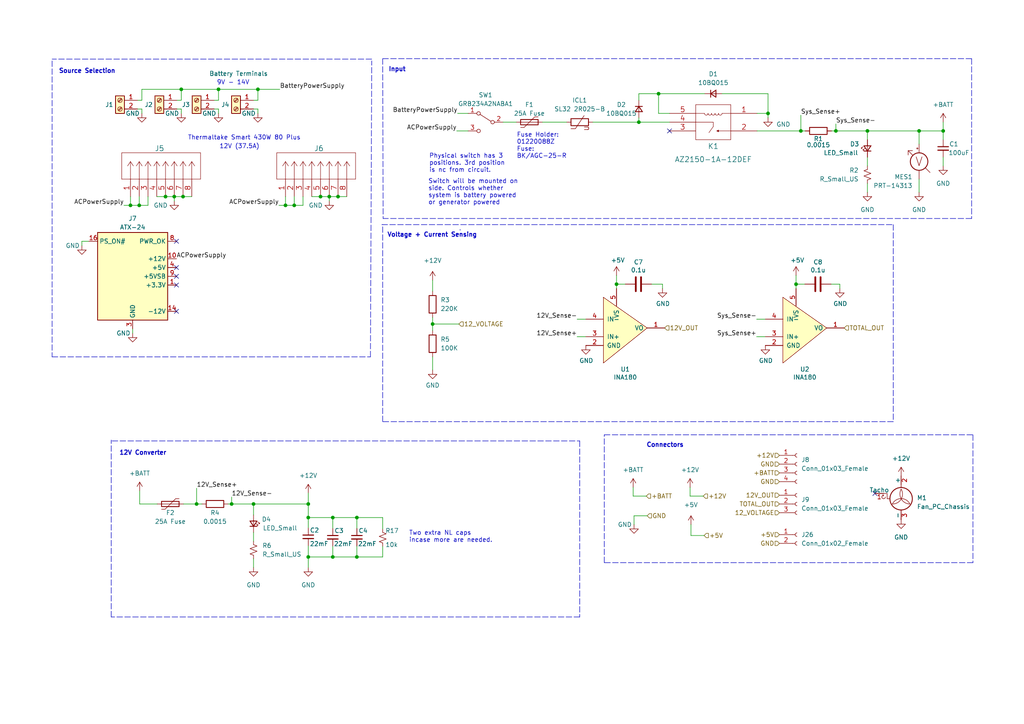
<source format=kicad_sch>
(kicad_sch (version 20211123) (generator eeschema)
  (paper "A4")
  (lib_symbols
    (symbol "455860005_1" (pin_names (offset 0.254) hide)
      (property "Reference" "J" (at 13.97 -8.89 0))
      (property "Value" "455860005_1" (at 2.54 6.35 0))
      (symbol "455860005_1_1_1"
        (polyline (pts (xy 5.08 -20.32) (xy 12.7 -20.32)) (stroke (width 0.127)))
        (polyline (pts (xy 5.08 2.54) (xy 5.08 -20.32)) (stroke (width 0.127)))
        (polyline (pts (xy 10.16 -17.78) (xy 5.08 -17.78)) (stroke (width 0.127)))
        (polyline (pts (xy 10.16 -17.78) (xy 8.89 -18.6182)) (stroke (width 0.127)))
        (polyline (pts (xy 10.16 -17.78) (xy 8.89 -16.9418)) (stroke (width 0.127)))
        (polyline (pts (xy 10.16 -15.24) (xy 5.08 -15.24)) (stroke (width 0.127)))
        (polyline (pts (xy 10.16 -15.24) (xy 8.89 -16.0782)) (stroke (width 0.127)))
        (polyline (pts (xy 10.16 -15.24) (xy 8.89 -14.4018)) (stroke (width 0.127)))
        (polyline (pts (xy 10.16 -12.7) (xy 5.08 -12.7)) (stroke (width 0.127)))
        (polyline (pts (xy 10.16 -12.7) (xy 8.89 -13.5382)) (stroke (width 0.127)))
        (polyline (pts (xy 10.16 -12.7) (xy 8.89 -11.8618)) (stroke (width 0.127)))
        (polyline (pts (xy 10.16 -10.16) (xy 5.08 -10.16)) (stroke (width 0.127)))
        (polyline (pts (xy 10.16 -10.16) (xy 8.89 -10.9982)) (stroke (width 0.127)))
        (polyline (pts (xy 10.16 -10.16) (xy 8.89 -9.3218)) (stroke (width 0.127)))
        (polyline (pts (xy 10.16 -7.62) (xy 5.08 -7.62)) (stroke (width 0.127)))
        (polyline (pts (xy 10.16 -7.62) (xy 8.89 -8.4582)) (stroke (width 0.127)))
        (polyline (pts (xy 10.16 -7.62) (xy 8.89 -6.7818)) (stroke (width 0.127)))
        (polyline (pts (xy 10.16 -5.08) (xy 5.08 -5.08)) (stroke (width 0.127)))
        (polyline (pts (xy 10.16 -5.08) (xy 8.89 -5.9182)) (stroke (width 0.127)))
        (polyline (pts (xy 10.16 -5.08) (xy 8.89 -4.2418)) (stroke (width 0.127)))
        (polyline (pts (xy 10.16 -2.54) (xy 5.08 -2.54)) (stroke (width 0.127)))
        (polyline (pts (xy 10.16 -2.54) (xy 8.89 -3.3782)) (stroke (width 0.127)))
        (polyline (pts (xy 10.16 -2.54) (xy 8.89 -1.7018)) (stroke (width 0.127)))
        (polyline (pts (xy 10.16 0) (xy 5.08 0)) (stroke (width 0.127)))
        (polyline (pts (xy 10.16 0) (xy 8.89 -0.8382)) (stroke (width 0.127)))
        (polyline (pts (xy 10.16 0) (xy 8.89 0.8382)) (stroke (width 0.127)))
        (polyline (pts (xy 12.7 -20.32) (xy 12.7 2.54)) (stroke (width 0.127)))
        (polyline (pts (xy 12.7 2.54) (xy 5.08 2.54)) (stroke (width 0.127)))
        (pin power_in line (at 0 0 0) (length 5.08) (name "1") (number "1"))
        (pin power_in line (at 0 -2.54 0) (length 5.08) (name "2") (number "2"))
        (pin power_in line (at 0 -5.08 0) (length 5.08) (name "3") (number "3"))
        (pin power_in line (at 0 -7.62 0) (length 5.08) (name "4") (number "4"))
        (pin power_in line (at 0 -10.16 0) (length 5.08) (name "5") (number "5"))
        (pin power_in line (at 0 -12.7 0) (length 5.08) (name "6") (number "6"))
        (pin power_in line (at 0 -15.24 0) (length 5.08) (name "7") (number "7"))
        (pin power_in line (at 0 -17.78 0) (length 5.08) (name "8") (number "8"))
      )
    )
    (symbol "Connector:ATX-24"
      (property "Reference" "J" (at -8.89 13.97 0))
      (property "Value" "ATX-24" (at 6.35 13.97 0))
      (symbol "ATX-24_0_1"
        (rectangle (start -10.16 12.7) (end 10.16 -12.7) (stroke (width 0.254)) (fill (type background)))
      )
      (symbol "ATX-24_1_1"
        (pin power_out line (at 12.7 -2.54 180) (length 2.54) (name "+3.3V") (number "1"))
        (pin power_out line (at 12.7 5.08 180) (length 2.54) (name "+12V") (number "10"))
        (pin passive line (at 12.7 5.08 180) (length 2.54) hide (name "+12V") (number "11"))
        (pin passive line (at 12.7 -2.54 180) (length 2.54) hide (name "+3.3V") (number "12"))
        (pin passive line (at 12.7 -2.54 180) (length 2.54) hide (name "+3.3V") (number "13"))
        (pin power_out line (at 12.7 -10.16 180) (length 2.54) (name "-12V") (number "14"))
        (pin passive line (at 0 -15.24 90) (length 2.54) hide (name "GND") (number "15"))
        (pin open_collector line (at -12.7 10.16 0) (length 2.54) (name "PS_ON#") (number "16"))
        (pin passive line (at 0 -15.24 90) (length 2.54) hide (name "GND") (number "17"))
        (pin passive line (at 0 -15.24 90) (length 2.54) hide (name "GND") (number "18"))
        (pin passive line (at 0 -15.24 90) (length 2.54) hide (name "GND") (number "19"))
        (pin passive line (at 12.7 -2.54 180) (length 2.54) hide (name "+3.3V") (number "2"))
        (pin no_connect line (at -10.16 0 0) (length 2.54) hide (name "NC") (number "20"))
        (pin passive line (at 12.7 2.54 180) (length 2.54) hide (name "+5V") (number "21"))
        (pin passive line (at 12.7 2.54 180) (length 2.54) hide (name "+5V") (number "22"))
        (pin passive line (at 12.7 2.54 180) (length 2.54) hide (name "+5V") (number "23"))
        (pin passive line (at 0 -15.24 90) (length 2.54) hide (name "GND") (number "24"))
        (pin power_out line (at 0 -15.24 90) (length 2.54) (name "GND") (number "3"))
        (pin power_out line (at 12.7 2.54 180) (length 2.54) (name "+5V") (number "4"))
        (pin passive line (at 0 -15.24 90) (length 2.54) hide (name "GND") (number "5"))
        (pin passive line (at 12.7 2.54 180) (length 2.54) hide (name "+5V") (number "6"))
        (pin passive line (at 0 -15.24 90) (length 2.54) hide (name "GND") (number "7"))
        (pin output line (at 12.7 10.16 180) (length 2.54) (name "PWR_OK") (number "8"))
        (pin power_out line (at 12.7 0 180) (length 2.54) (name "+5VSB") (number "9"))
      )
    )
    (symbol "Connector:Conn_01x02_Female" (pin_names (offset 1.016) hide)
      (property "Reference" "J" (at 0 2.54 0))
      (property "Value" "Conn_01x02_Female" (at 0 -5.08 0))
      (symbol "Conn_01x02_Female_1_1"
        (arc (start 0 -2.032) (mid -0.508 -2.54) (end 0 -3.048) (stroke (width 0.1524)))
        (polyline (pts (xy -1.27 -2.54) (xy -0.508 -2.54)) (stroke (width 0.1524)))
        (polyline (pts (xy -1.27 0) (xy -0.508 0)) (stroke (width 0.1524)))
        (arc (start 0 0.508) (mid -0.508 0) (end 0 -0.508) (stroke (width 0.1524)))
        (pin passive line (at -5.08 0 0) (length 3.81) (name "Pin_1") (number "1"))
        (pin passive line (at -5.08 -2.54 0) (length 3.81) (name "Pin_2") (number "2"))
      )
    )
    (symbol "Connector:Conn_01x03_Female" (pin_names (offset 1.016) hide)
      (property "Reference" "J" (at 0 5.08 0))
      (property "Value" "Conn_01x03_Female" (at 0 -5.08 0))
      (symbol "Conn_01x03_Female_1_1"
        (arc (start 0 -2.032) (mid -0.508 -2.54) (end 0 -3.048) (stroke (width 0.1524)))
        (polyline (pts (xy -1.27 -2.54) (xy -0.508 -2.54)) (stroke (width 0.1524)))
        (polyline (pts (xy -1.27 0) (xy -0.508 0)) (stroke (width 0.1524)))
        (polyline (pts (xy -1.27 2.54) (xy -0.508 2.54)) (stroke (width 0.1524)))
        (arc (start 0 0.508) (mid -0.508 0) (end 0 -0.508) (stroke (width 0.1524)))
        (arc (start 0 3.048) (mid -0.508 2.54) (end 0 2.032) (stroke (width 0.1524)))
        (pin passive line (at -5.08 2.54 0) (length 3.81) (name "Pin_1") (number "1"))
        (pin passive line (at -5.08 0 0) (length 3.81) (name "Pin_2") (number "2"))
        (pin passive line (at -5.08 -2.54 0) (length 3.81) (name "Pin_3") (number "3"))
      )
    )
    (symbol "Connector:Conn_01x04_Female" (pin_names (offset 1.016) hide)
      (property "Reference" "J" (at 0 5.08 0))
      (property "Value" "Conn_01x04_Female" (at 0 -7.62 0))
      (symbol "Conn_01x04_Female_1_1"
        (arc (start 0 -4.572) (mid -0.508 -5.08) (end 0 -5.588) (stroke (width 0.1524)))
        (arc (start 0 -2.032) (mid -0.508 -2.54) (end 0 -3.048) (stroke (width 0.1524)))
        (polyline (pts (xy -1.27 -5.08) (xy -0.508 -5.08)) (stroke (width 0.1524)))
        (polyline (pts (xy -1.27 -2.54) (xy -0.508 -2.54)) (stroke (width 0.1524)))
        (polyline (pts (xy -1.27 0) (xy -0.508 0)) (stroke (width 0.1524)))
        (polyline (pts (xy -1.27 2.54) (xy -0.508 2.54)) (stroke (width 0.1524)))
        (arc (start 0 0.508) (mid -0.508 0) (end 0 -0.508) (stroke (width 0.1524)))
        (arc (start 0 3.048) (mid -0.508 2.54) (end 0 2.032) (stroke (width 0.1524)))
        (pin passive line (at -5.08 2.54 0) (length 3.81) (name "Pin_1") (number "1"))
        (pin passive line (at -5.08 0 0) (length 3.81) (name "Pin_2") (number "2"))
        (pin passive line (at -5.08 -2.54 0) (length 3.81) (name "Pin_3") (number "3"))
        (pin passive line (at -5.08 -5.08 0) (length 3.81) (name "Pin_4") (number "4"))
      )
    )
    (symbol "Connector:Screw_Terminal_01x02" (pin_names (offset 1.016) hide)
      (property "Reference" "J" (at 0 2.54 0))
      (property "Value" "Screw_Terminal_01x02" (at 0 -5.08 0))
      (symbol "Screw_Terminal_01x02_1_1"
        (rectangle (start -1.27 1.27) (end 1.27 -3.81) (stroke (width 0.254)) (fill (type background)))
        (circle (center 0 -2.54) (radius 0.635) (stroke (width 0.1524)))
        (polyline (pts (xy -0.5334 -2.2098) (xy 0.3302 -3.048)) (stroke (width 0.1524)))
        (polyline (pts (xy -0.5334 0.3302) (xy 0.3302 -0.508)) (stroke (width 0.1524)))
        (polyline (pts (xy -0.3556 -2.032) (xy 0.508 -2.8702)) (stroke (width 0.1524)))
        (polyline (pts (xy -0.3556 0.508) (xy 0.508 -0.3302)) (stroke (width 0.1524)))
        (circle (center 0 0) (radius 0.635) (stroke (width 0.1524)))
        (pin passive line (at -5.08 0 0) (length 3.81) (name "Pin_1") (number "1"))
        (pin passive line (at -5.08 -2.54 0) (length 3.81) (name "Pin_2") (number "2"))
      )
    )
    (symbol "Device:C" (pin_numbers hide) (pin_names (offset 0.254))
      (property "Reference" "C" (at 0.635 2.54 0))
      (property "Value" "C" (at 0.635 -2.54 0))
      (symbol "C_0_1"
        (polyline (pts (xy -2.032 -0.762) (xy 2.032 -0.762)) (stroke (width 0.508)))
        (polyline (pts (xy -2.032 0.762) (xy 2.032 0.762)) (stroke (width 0.508)))
      )
      (symbol "C_1_1"
        (pin passive line (at 0 3.81 270) (length 2.794) (name "~") (number "1"))
        (pin passive line (at 0 -3.81 90) (length 2.794) (name "~") (number "2"))
      )
    )
    (symbol "Device:C_Small" (pin_numbers hide) (pin_names (offset 0.254) hide)
      (property "Reference" "C" (at 0.254 1.778 0))
      (property "Value" "C_Small" (at 0.254 -2.032 0))
      (symbol "C_Small_0_1"
        (polyline (pts (xy -1.524 -0.508) (xy 1.524 -0.508)) (stroke (width 0.3302)))
        (polyline (pts (xy -1.524 0.508) (xy 1.524 0.508)) (stroke (width 0.3048)))
      )
      (symbol "C_Small_1_1"
        (pin passive line (at 0 2.54 270) (length 2.032) (name "~") (number "1"))
        (pin passive line (at 0 -2.54 90) (length 2.032) (name "~") (number "2"))
      )
    )
    (symbol "Device:D_Small" (pin_numbers hide) (pin_names (offset 0.254) hide)
      (property "Reference" "D" (at -1.27 2.032 0))
      (property "Value" "D_Small" (at -3.81 -2.032 0))
      (symbol "D_Small_0_1"
        (polyline (pts (xy -0.762 -1.016) (xy -0.762 1.016)) (stroke (width 0.254)))
        (polyline (pts (xy -0.762 0) (xy 0.762 0)))
        (polyline (pts (xy 0.762 -1.016) (xy -0.762 0) (xy 0.762 1.016) (xy 0.762 -1.016)) (stroke (width 0.254)))
      )
      (symbol "D_Small_1_1"
        (pin passive line (at -2.54 0 0) (length 1.778) (name "K") (number "1"))
        (pin passive line (at 2.54 0 180) (length 1.778) (name "A") (number "2"))
      )
    )
    (symbol "Device:LED_Small" (pin_numbers hide) (pin_names (offset 0.254) hide)
      (property "Reference" "D" (at -1.27 3.175 0))
      (property "Value" "LED_Small" (at -4.445 -2.54 0))
      (symbol "LED_Small_0_1"
        (polyline (pts (xy -0.762 -1.016) (xy -0.762 1.016)) (stroke (width 0.254)))
        (polyline (pts (xy 1.016 0) (xy -0.762 0)))
        (polyline (pts (xy 0.762 -1.016) (xy -0.762 0) (xy 0.762 1.016) (xy 0.762 -1.016)) (stroke (width 0.254)))
        (polyline (pts (xy 0 0.762) (xy -0.508 1.27) (xy -0.254 1.27) (xy -0.508 1.27) (xy -0.508 1.016)))
        (polyline (pts (xy 0.508 1.27) (xy 0 1.778) (xy 0.254 1.778) (xy 0 1.778) (xy 0 1.524)))
      )
      (symbol "LED_Small_1_1"
        (pin passive line (at -2.54 0 0) (length 1.778) (name "K") (number "1"))
        (pin passive line (at 2.54 0 180) (length 1.778) (name "A") (number "2"))
      )
    )
    (symbol "Device:Polyfuse" (pin_numbers hide) (pin_names (offset 0))
      (property "Reference" "F" (at -2.54 0 90))
      (property "Value" "Polyfuse" (at 2.54 0 90))
      (symbol "Polyfuse_0_1"
        (rectangle (start -0.762 2.54) (end 0.762 -2.54) (stroke (width 0.254)))
        (polyline (pts (xy 0 2.54) (xy 0 -2.54)))
        (polyline (pts (xy -1.524 2.54) (xy -1.524 1.524) (xy 1.524 -1.524) (xy 1.524 -2.54)))
      )
      (symbol "Polyfuse_1_1"
        (pin passive line (at 0 3.81 270) (length 1.27) (name "~") (number "1"))
        (pin passive line (at 0 -3.81 90) (length 1.27) (name "~") (number "2"))
      )
    )
    (symbol "Device:R" (pin_numbers hide) (pin_names (offset 0))
      (property "Reference" "R" (at 2.032 0 90))
      (property "Value" "R" (at 0 0 90))
      (symbol "R_0_1"
        (rectangle (start -1.016 -2.54) (end 1.016 2.54) (stroke (width 0.254)))
      )
      (symbol "R_1_1"
        (pin passive line (at 0 3.81 270) (length 1.27) (name "~") (number "1"))
        (pin passive line (at 0 -3.81 90) (length 1.27) (name "~") (number "2"))
      )
    )
    (symbol "Device:R_Small_US" (pin_numbers hide) (pin_names (offset 0.254) hide)
      (property "Reference" "R" (at 0.762 0.508 0))
      (property "Value" "R_Small_US" (at 0.762 -1.016 0))
      (symbol "R_Small_US_1_1"
        (polyline (pts (xy 0 0) (xy 1.016 -0.381) (xy 0 -0.762) (xy -1.016 -1.143) (xy 0 -1.524)))
        (polyline (pts (xy 0 1.524) (xy 1.016 1.143) (xy 0 0.762) (xy -1.016 0.381) (xy 0 0)))
        (pin passive line (at 0 2.54 270) (length 1.016) (name "~") (number "1"))
        (pin passive line (at 0 -2.54 90) (length 1.016) (name "~") (number "2"))
      )
    )
    (symbol "Device:Varistor" (pin_numbers hide) (pin_names (offset 0))
      (property "Reference" "RV" (at 3.175 0 90))
      (property "Value" "Varistor" (at -3.175 0 90))
      (symbol "Varistor_0_0"
        (text "U" (at -1.778 -2.032 0) (effects (font (size 1.27 1.27))))
      )
      (symbol "Varistor_0_1"
        (rectangle (start -1.016 -2.54) (end 1.016 2.54) (stroke (width 0.254)))
        (polyline (pts (xy -1.905 2.54) (xy -1.905 1.27) (xy 1.905 -1.27)))
      )
      (symbol "Varistor_1_1"
        (pin passive line (at 0 3.81 270) (length 1.27) (name "~") (number "1"))
        (pin passive line (at 0 -3.81 90) (length 1.27) (name "~") (number "2"))
      )
    )
    (symbol "Device:Voltmeter_DC" (pin_numbers hide) (pin_names (offset 0.0254) hide)
      (property "Reference" "MES" (at -3.302 1.016 0))
      (property "Value" "Voltmeter_DC" (at -3.302 -0.762 0))
      (symbol "Voltmeter_DC_0_0"
        (polyline (pts (xy -3.175 -3.175) (xy -1.905 -1.905)))
        (polyline (pts (xy 1.905 1.905) (xy 3.175 3.175)))
        (polyline (pts (xy 1.905 3.175) (xy 3.175 3.175) (xy 3.175 1.905)))
        (text "V" (at 0 0 0) (effects (font (size 2.54 2.54))))
      )
      (symbol "Voltmeter_DC_0_1"
        (polyline (pts (xy 0.254 3.81) (xy 0.762 3.81)))
        (polyline (pts (xy 0.508 4.064) (xy 0.508 3.556)))
        (circle (center 0 0) (radius 2.54) (stroke (width 0.254)))
      )
      (symbol "Voltmeter_DC_1_1"
        (pin passive line (at 0 -5.08 90) (length 2.54) (name "-") (number "1"))
        (pin passive line (at 0 5.08 270) (length 2.54) (name "+") (number "2"))
      )
    )
    (symbol "GSP:455860005" (pin_names (offset 0.254) hide)
      (property "Reference" "J" (at 13.97 -8.89 0))
      (property "Value" "455860005" (at 2.54 6.35 0))
      (symbol "455860005_1_1"
        (polyline (pts (xy 5.08 -20.32) (xy 12.7 -20.32)) (stroke (width 0.127)))
        (polyline (pts (xy 5.08 2.54) (xy 5.08 -20.32)) (stroke (width 0.127)))
        (polyline (pts (xy 10.16 -17.78) (xy 5.08 -17.78)) (stroke (width 0.127)))
        (polyline (pts (xy 10.16 -17.78) (xy 8.89 -18.6182)) (stroke (width 0.127)))
        (polyline (pts (xy 10.16 -17.78) (xy 8.89 -16.9418)) (stroke (width 0.127)))
        (polyline (pts (xy 10.16 -15.24) (xy 5.08 -15.24)) (stroke (width 0.127)))
        (polyline (pts (xy 10.16 -15.24) (xy 8.89 -16.0782)) (stroke (width 0.127)))
        (polyline (pts (xy 10.16 -15.24) (xy 8.89 -14.4018)) (stroke (width 0.127)))
        (polyline (pts (xy 10.16 -12.7) (xy 5.08 -12.7)) (stroke (width 0.127)))
        (polyline (pts (xy 10.16 -12.7) (xy 8.89 -13.5382)) (stroke (width 0.127)))
        (polyline (pts (xy 10.16 -12.7) (xy 8.89 -11.8618)) (stroke (width 0.127)))
        (polyline (pts (xy 10.16 -10.16) (xy 5.08 -10.16)) (stroke (width 0.127)))
        (polyline (pts (xy 10.16 -10.16) (xy 8.89 -10.9982)) (stroke (width 0.127)))
        (polyline (pts (xy 10.16 -10.16) (xy 8.89 -9.3218)) (stroke (width 0.127)))
        (polyline (pts (xy 10.16 -7.62) (xy 5.08 -7.62)) (stroke (width 0.127)))
        (polyline (pts (xy 10.16 -7.62) (xy 8.89 -8.4582)) (stroke (width 0.127)))
        (polyline (pts (xy 10.16 -7.62) (xy 8.89 -6.7818)) (stroke (width 0.127)))
        (polyline (pts (xy 10.16 -5.08) (xy 5.08 -5.08)) (stroke (width 0.127)))
        (polyline (pts (xy 10.16 -5.08) (xy 8.89 -5.9182)) (stroke (width 0.127)))
        (polyline (pts (xy 10.16 -5.08) (xy 8.89 -4.2418)) (stroke (width 0.127)))
        (polyline (pts (xy 10.16 -2.54) (xy 5.08 -2.54)) (stroke (width 0.127)))
        (polyline (pts (xy 10.16 -2.54) (xy 8.89 -3.3782)) (stroke (width 0.127)))
        (polyline (pts (xy 10.16 -2.54) (xy 8.89 -1.7018)) (stroke (width 0.127)))
        (polyline (pts (xy 10.16 0) (xy 5.08 0)) (stroke (width 0.127)))
        (polyline (pts (xy 10.16 0) (xy 8.89 -0.8382)) (stroke (width 0.127)))
        (polyline (pts (xy 10.16 0) (xy 8.89 0.8382)) (stroke (width 0.127)))
        (polyline (pts (xy 12.7 -20.32) (xy 12.7 2.54)) (stroke (width 0.127)))
        (polyline (pts (xy 12.7 2.54) (xy 5.08 2.54)) (stroke (width 0.127)))
        (pin power_in line (at 0 0 0) (length 5.08) (name "1") (number "1"))
        (pin power_in line (at 0 -2.54 0) (length 5.08) (name "2") (number "2"))
        (pin power_in line (at 0 -5.08 0) (length 5.08) (name "3") (number "3"))
        (pin power_in line (at 0 -7.62 0) (length 5.08) (name "4") (number "4"))
        (pin power_in line (at 0 -10.16 0) (length 5.08) (name "5") (number "5"))
        (pin power_in line (at 0 -12.7 0) (length 5.08) (name "6") (number "6"))
        (pin power_in line (at 0 -15.24 0) (length 5.08) (name "7") (number "7"))
        (pin power_in line (at 0 -17.78 0) (length 5.08) (name "8") (number "8"))
      )
    )
    (symbol "GSP:AZ2150-1A-12DEF" (pin_names (offset 0.254) hide)
      (property "Reference" "K" (at 12.7 7.62 0))
      (property "Value" "AZ2150-1A-12DEF" (at 12.7 5.08 0))
      (symbol "AZ2150-1A-12DEF_1_1"
        (polyline (pts (xy 7.62 -7.62) (xy 17.78 -7.62)) (stroke (width 0.127)))
        (polyline (pts (xy 7.62 -5.08) (xy 11.43 -5.08)) (stroke (width 0.127)))
        (polyline (pts (xy 7.62 0) (xy 10.16 0)) (stroke (width 0.127)))
        (polyline (pts (xy 7.62 2.54) (xy 7.62 -7.62)) (stroke (width 0.127)))
        (polyline (pts (xy 12.7 -3.81) (xy 13.97 -5.588)) (stroke (width 0.127)))
        (polyline (pts (xy 12.7 -2.54) (xy 12.7 -3.81)) (stroke (width 0.127)))
        (polyline (pts (xy 15.24 0) (xy 17.78 0)) (stroke (width 0.127)))
        (polyline (pts (xy 17.78 -7.62) (xy 17.78 2.54)) (stroke (width 0.127)))
        (polyline (pts (xy 17.78 -2.54) (xy 12.7 -2.54)) (stroke (width 0.127)))
        (polyline (pts (xy 17.78 2.54) (xy 7.62 2.54)) (stroke (width 0.127)))
        (polyline (pts (xy 11.684 -5.08) (xy 11.176 -5.334) (xy 11.176 -4.826) (xy 11.684 -5.08)) (fill (type outline)))
        (arc (start 10.16 0) (mid 10.668 -0.508) (end 11.176 0) (stroke (width 0.127)))
        (arc (start 11.176 0) (mid 11.684 -0.508) (end 12.192 0) (stroke (width 0.127)))
        (arc (start 12.192 0) (mid 12.7 -0.508) (end 13.208 0) (stroke (width 0.127)))
        (arc (start 13.208 0) (mid 13.716 -0.508) (end 14.224 0) (stroke (width 0.127)))
        (arc (start 14.224 0) (mid 14.732 -0.508) (end 15.24 0) (stroke (width 0.127)))
        (pin unspecified line (at 0 0 0) (length 7.62) (name "1") (number "1"))
        (pin unspecified line (at 0 -5.08 0) (length 7.62) (name "2") (number "2"))
        (pin unspecified line (at 25.4 -5.08 180) (length 7.62) (name "3") (number "3"))
        (pin unspecified line (at 25.4 -2.54 180) (length 7.62) (name "4") (number "4"))
        (pin unspecified line (at 25.4 0 180) (length 7.62) (name "5") (number "5"))
      )
    )
    (symbol "Motor:Fan_PC_Chassis" (pin_names (offset 0))
      (property "Reference" "M" (at 2.54 2.54 0))
      (property "Value" "Fan_PC_Chassis" (at 2.54 -5.08 0))
      (symbol "Fan_PC_Chassis_0_0"
        (arc (start -5.588 -1.016) (mid -5.08 -1.524) (end -4.572 -1.016))
        (arc (start -5.08 -0.508) (mid -5.4392 -0.6568) (end -5.588 -1.016))
        (polyline (pts (xy -5.08 -0.508) (xy -5.334 -0.381)))
        (polyline (pts (xy -5.08 -0.508) (xy -5.207 -0.762)))
        (polyline (pts (xy -4.064 0) (xy -4.064 -1.524) (xy -3.302 -1.524)))
      )
      (symbol "Fan_PC_Chassis_0_1"
        (arc (start -2.54 -3.048) (mid 0.0028 -1.6279) (end 0 1.27))
        (circle (center 0 -1.524) (radius 3.2512) (stroke (width 0.254)))
        (polyline (pts (xy -4.064 0) (xy -5.08 0)))
        (polyline (pts (xy 0 -7.62) (xy 0 -7.112)))
        (polyline (pts (xy 0 -4.7752) (xy 0 -5.1816)))
        (polyline (pts (xy 0 1.7272) (xy 0 2.0828)))
        (polyline (pts (xy 0 2.032) (xy 0 2.54)))
        (arc (start 0 1.27) (mid 0.053 -1.619) (end 2.54 -3.048))
        (arc (start 2.54 -3.048) (mid 0 -1.4782) (end -2.54 -3.048))
      )
      (symbol "Fan_PC_Chassis_1_1"
        (pin passive line (at -7.62 0 0) (length 2.54) (name "Tacho") (number "1"))
        (pin passive line (at 0 5.08 270) (length 2.54) (name "+") (number "2"))
        (pin passive line (at 0 -7.62 90) (length 2.54) (name "-") (number "3"))
      )
    )
    (symbol "Switch:SW_SPDT" (pin_names (offset 0) hide)
      (property "Reference" "SW" (at 0 4.318 0))
      (property "Value" "SW_SPDT" (at 0 -5.08 0))
      (symbol "SW_SPDT_0_0"
        (circle (center -2.032 0) (radius 0.508))
        (circle (center 2.032 -2.54) (radius 0.508))
      )
      (symbol "SW_SPDT_0_1"
        (polyline (pts (xy -1.524 0.254) (xy 1.651 2.286)))
        (circle (center 2.032 2.54) (radius 0.508))
      )
      (symbol "SW_SPDT_1_1"
        (pin passive line (at 5.08 2.54 180) (length 2.54) (name "A") (number "1"))
        (pin passive line (at -5.08 0 0) (length 2.54) (name "B") (number "2"))
        (pin passive line (at 5.08 -2.54 180) (length 2.54) (name "C") (number "3"))
      )
    )
    (symbol "canhw:INA180" (pin_names (offset 1.016))
      (property "Reference" "U" (at -5.08 13.97 0))
      (property "Value" "INA180" (at -11.43 15.24 0))
      (symbol "INA180_0_1"
        (polyline (pts (xy 5.08 0) (xy -7.62 8.89)))
        (polyline (pts (xy -7.62 8.89) (xy -7.62 -10.16) (xy 5.08 0)) (fill (type background)))
      )
      (symbol "INA180_1_1"
        (pin output line (at 10.16 0 180) (length 5.08) (name "VO") (number "1"))
        (pin power_in line (at -12.7 -5.08 0) (length 5.08) (name "GND") (number "2"))
        (pin input line (at -12.7 -2.54 0) (length 5.08) (name "IN+") (number "3"))
        (pin input line (at -12.7 2.54 0) (length 5.08) (name "IN-") (number "4"))
        (pin power_in line (at -3.81 11.43 270) (length 5.08) (name "VS") (number "5"))
      )
    )
    (symbol "power:+12V" (power) (pin_names (offset 0))
      (property "Value" "+12V" (at 0 3.556 0))
      (symbol "+12V_0_1"
        (polyline (pts (xy -0.762 1.27) (xy 0 2.54)))
        (polyline (pts (xy 0 0) (xy 0 2.54)))
        (polyline (pts (xy 0 2.54) (xy 0.762 1.27)))
      )
      (symbol "+12V_1_1"
        (pin power_in line (at 0 0 90) (length 0) hide (name "+12V") (number "1"))
      )
    )
    (symbol "power:+5V" (power) (pin_names (offset 0))
      (property "Value" "+5V" (at 0 3.556 0))
      (symbol "+5V_0_1"
        (polyline (pts (xy -0.762 1.27) (xy 0 2.54)))
        (polyline (pts (xy 0 0) (xy 0 2.54)))
        (polyline (pts (xy 0 2.54) (xy 0.762 1.27)))
      )
      (symbol "+5V_1_1"
        (pin power_in line (at 0 0 90) (length 0) hide (name "+5V") (number "1"))
      )
    )
    (symbol "power:+BATT" (power) (pin_names (offset 0))
      (property "Value" "+BATT" (at 0 3.556 0))
      (symbol "+BATT_0_1"
        (polyline (pts (xy -0.762 1.27) (xy 0 2.54)))
        (polyline (pts (xy 0 0) (xy 0 2.54)))
        (polyline (pts (xy 0 2.54) (xy 0.762 1.27)))
      )
      (symbol "+BATT_1_1"
        (pin power_in line (at 0 0 90) (length 0) hide (name "+BATT") (number "1"))
      )
    )
    (symbol "power:GND" (power) (pin_names (offset 0))
      (property "Value" "GND" (at 0 -3.81 0))
      (symbol "GND_0_1"
        (polyline (pts (xy 0 0) (xy 0 -1.27) (xy 1.27 -1.27) (xy 0 -2.54) (xy -1.27 -1.27) (xy 0 -1.27)))
      )
      (symbol "GND_1_1"
        (pin power_in line (at 0 0 270) (length 0) hide (name "GND") (number "1"))
      )
    )
  )
  (junction (at 53.086 57.023))
  (junction (at 185.293 35.433))
  (junction (at 103.505 150.114))
  (junction (at 48.006 57.023))
  (junction (at 82.804 59.563))
  (junction (at 89.408 161.544))
  (junction (at 37.846 59.563))
  (junction (at 73.533 146.177))
  (junction (at 89.408 150.114))
  (junction (at 191.008 27.178))
  (junction (at 98.044 57.023))
  (junction (at 96.52 161.544))
  (junction (at 273.558 37.973))
  (junction (at 92.964 57.023))
  (junction (at 89.408 146.177))
  (junction (at 95.504 57.023))
  (junction (at 40.386 59.563))
  (junction (at 222.758 32.893))
  (junction (at 178.816 82.423))
  (junction (at 50.546 57.023))
  (junction (at 125.476 93.98))
  (junction (at 96.52 150.114))
  (junction (at 266.573 37.973))
  (junction (at 52.578 25.908))
  (junction (at 57.023 146.177))
  (junction (at 67.183 146.177))
  (junction (at 103.505 161.544))
  (junction (at 232.283 37.973))
  (junction (at 74.803 25.908))
  (junction (at 85.344 59.563))
  (junction (at 242.443 37.973))
  (junction (at 251.587 37.973))
  (junction (at 230.886 82.423))
  (junction (at 63.373 25.908))
  (no_connect (at 51.181 69.977))
  (no_connect (at 253.746 143.129))
  (no_connect (at 51.181 90.297))
  (no_connect (at 51.181 77.597))
  (no_connect (at 194.183 37.973))
  (no_connect (at 51.181 80.137))
  (no_connect (at 51.181 82.677))
  (wire (pts (xy 63.373 25.908) (xy 74.803 25.908)))
  (wire (pts (xy 194.183 32.893) (xy 191.008 32.893)))
  (wire (pts (xy 74.803 25.908) (xy 74.803 29.083)))
  (wire (pts (xy 73.533 146.177) (xy 89.408 146.177)))
  (wire (pts (xy 90.424 57.023) (xy 92.964 57.023)))
  (wire (pts (xy 251.587 37.973) (xy 251.587 40.513)))
  (wire (pts (xy 89.408 146.177) (xy 89.408 150.114)))
  (wire (pts (xy 222.758 32.893) (xy 222.758 27.178)))
  (wire (pts (xy 185.293 34.163) (xy 185.293 35.433)))
  (wire (pts (xy 132.461 37.973) (xy 135.763 37.973)))
  (wire (pts (xy 110.998 158.496) (xy 110.998 161.544)))
  (wire (pts (xy 38.481 95.377) (xy 38.481 96.647)))
  (wire (pts (xy 53.213 146.177) (xy 57.023 146.177)))
  (wire (pts (xy 103.505 161.544) (xy 110.998 161.544)))
  (wire (pts (xy 183.896 152.146) (xy 183.896 149.606)))
  (wire (pts (xy 89.408 143.002) (xy 89.408 146.177)))
  (wire (pts (xy 42.926 59.563) (xy 42.926 57.023)))
  (wire (pts (xy 185.293 35.433) (xy 194.183 35.433)))
  (wire (pts (xy 219.583 37.973) (xy 232.283 37.973)))
  (wire (pts (xy 185.293 27.178) (xy 185.293 29.083)))
  (wire (pts (xy 232.283 37.973) (xy 233.553 37.973)))
  (wire (pts (xy 191.008 27.178) (xy 185.293 27.178)))
  (wire (pts (xy 266.573 51.943) (xy 266.573 55.753)))
  (wire (pts (xy 222.758 27.178) (xy 209.423 27.178)))
  (wire (pts (xy 125.476 93.98) (xy 125.476 95.885)))
  (polyline (pts (xy 110.998 17.018) (xy 111.125 63.373)))
  (wire (pts (xy 266.573 41.783) (xy 266.573 37.973)))
  (wire (pts (xy 89.408 150.114) (xy 89.408 153.162)))
  (wire (pts (xy 188.976 82.423) (xy 192.151 82.423)))
  (wire (pts (xy 62.103 31.623) (xy 63.373 31.623)))
  (wire (pts (xy 96.52 161.544) (xy 103.505 161.544)))
  (wire (pts (xy 200.406 152.146) (xy 200.406 155.321)))
  (polyline (pts (xy 110.998 17.018) (xy 281.813 17.018)))
  (wire (pts (xy 183.642 143.891) (xy 187.452 143.891)))
  (wire (pts (xy 230.886 83.693) (xy 230.886 82.423)))
  (wire (pts (xy 230.886 82.423) (xy 233.426 82.423)))
  (wire (pts (xy 57.023 141.605) (xy 57.023 146.177)))
  (polyline (pts (xy 32.258 178.943) (xy 32.258 127.635)))
  (wire (pts (xy 40.386 59.563) (xy 42.926 59.563)))
  (wire (pts (xy 200.152 141.351) (xy 200.152 143.891)))
  (wire (pts (xy 40.513 142.367) (xy 40.513 146.177)))
  (wire (pts (xy 52.578 31.623) (xy 52.578 32.893)))
  (wire (pts (xy 80.899 59.563) (xy 82.804 59.563)))
  (wire (pts (xy 74.803 31.623) (xy 74.803 32.893)))
  (wire (pts (xy 67.183 144.145) (xy 67.183 146.177)))
  (wire (pts (xy 89.408 158.242) (xy 89.408 161.544)))
  (wire (pts (xy 98.044 57.023) (xy 100.584 57.023)))
  (polyline (pts (xy 281.813 17.018) (xy 281.813 63.373)))
  (wire (pts (xy 171.958 35.433) (xy 185.293 35.433)))
  (wire (pts (xy 178.816 82.423) (xy 181.356 82.423)))
  (wire (pts (xy 52.578 25.908) (xy 63.373 25.908)))
  (wire (pts (xy 23.749 69.977) (xy 25.781 69.977)))
  (wire (pts (xy 37.846 59.563) (xy 40.386 59.563)))
  (wire (pts (xy 266.573 37.973) (xy 273.558 37.973)))
  (wire (pts (xy 125.476 81.28) (xy 125.476 84.455)))
  (wire (pts (xy 89.408 161.544) (xy 89.408 164.592)))
  (wire (pts (xy 63.373 31.623) (xy 63.373 32.893)))
  (polyline (pts (xy 15.113 17.653) (xy 15.113 103.505)))
  (wire (pts (xy 50.546 57.023) (xy 50.546 58.293)))
  (wire (pts (xy 85.344 57.023) (xy 85.344 59.563)))
  (wire (pts (xy 92.964 57.023) (xy 95.504 57.023)))
  (polyline (pts (xy 110.744 65.151) (xy 259.08 65.151)))
  (wire (pts (xy 82.804 57.023) (xy 82.804 59.563)))
  (wire (pts (xy 89.408 150.114) (xy 96.52 150.114)))
  (wire (pts (xy 157.353 35.433) (xy 164.338 35.433)))
  (polyline (pts (xy 133.604 66.675) (xy 133.35 66.675)))
  (wire (pts (xy 219.456 97.663) (xy 221.996 97.663)))
  (wire (pts (xy 63.373 25.908) (xy 63.373 29.083)))
  (wire (pts (xy 96.52 150.114) (xy 103.505 150.114)))
  (wire (pts (xy 219.583 32.893) (xy 222.758 32.893)))
  (wire (pts (xy 191.008 27.178) (xy 204.343 27.178)))
  (wire (pts (xy 51.308 29.083) (xy 52.578 29.083)))
  (wire (pts (xy 50.546 57.023) (xy 53.086 57.023)))
  (wire (pts (xy 39.878 31.623) (xy 41.148 31.623)))
  (wire (pts (xy 273.558 40.513) (xy 273.558 37.973)))
  (wire (pts (xy 95.504 57.023) (xy 95.504 58.293)))
  (wire (pts (xy 48.006 57.023) (xy 50.546 57.023)))
  (wire (pts (xy 53.086 57.023) (xy 55.626 57.023)))
  (polyline (pts (xy 32.512 127.889) (xy 168.148 127.889)))
  (wire (pts (xy 103.505 158.369) (xy 103.505 161.544)))
  (polyline (pts (xy 168.148 178.943) (xy 32.258 178.943)))
  (wire (pts (xy 183.642 141.351) (xy 183.642 143.891)))
  (wire (pts (xy 192.151 82.423) (xy 192.151 83.693)))
  (wire (pts (xy 125.476 92.075) (xy 125.476 93.98)))
  (wire (pts (xy 241.046 82.423) (xy 243.586 82.423)))
  (wire (pts (xy 103.505 150.114) (xy 110.998 150.114)))
  (wire (pts (xy 200.152 143.891) (xy 203.962 143.891)))
  (wire (pts (xy 273.558 45.593) (xy 273.558 48.133)))
  (wire (pts (xy 41.148 31.623) (xy 41.148 32.893)))
  (wire (pts (xy 41.148 25.908) (xy 41.148 29.083)))
  (wire (pts (xy 57.023 146.177) (xy 58.547 146.177)))
  (polyline (pts (xy 175.26 163.195) (xy 175.26 126.111)))
  (wire (pts (xy 41.148 25.908) (xy 52.578 25.908)))
  (wire (pts (xy 40.386 57.023) (xy 40.386 59.563)))
  (wire (pts (xy 51.308 31.623) (xy 52.578 31.623)))
  (polyline (pts (xy 281.813 63.373) (xy 111.125 63.373)))
  (wire (pts (xy 73.533 31.623) (xy 74.803 31.623)))
  (wire (pts (xy 191.008 32.893) (xy 191.008 27.178)))
  (wire (pts (xy 67.183 146.177) (xy 73.533 146.177)))
  (wire (pts (xy 74.803 25.908) (xy 81.153 25.908)))
  (wire (pts (xy 96.52 153.289) (xy 96.52 150.114)))
  (wire (pts (xy 178.816 82.423) (xy 178.816 83.693)))
  (wire (pts (xy 242.443 35.941) (xy 242.443 37.973)))
  (wire (pts (xy 87.884 59.563) (xy 87.884 57.023)))
  (wire (pts (xy 40.513 146.177) (xy 45.593 146.177)))
  (polyline (pts (xy 175.26 126.111) (xy 282.194 126.111)))
  (wire (pts (xy 73.533 154.432) (xy 73.533 156.972)))
  (wire (pts (xy 103.505 153.289) (xy 103.505 150.114)))
  (polyline (pts (xy 168.148 127.889) (xy 168.148 178.943)))
  (polyline (pts (xy 259.08 65.151) (xy 259.08 122.301)))
  (wire (pts (xy 85.344 59.563) (xy 87.884 59.563)))
  (polyline (pts (xy 259.08 122.301) (xy 110.998 122.301)))
  (wire (pts (xy 230.886 82.423) (xy 230.886 79.883)))
  (polyline (pts (xy 282.194 126.111) (xy 282.194 163.195)))
  (wire (pts (xy 178.816 82.423) (xy 178.816 79.883)))
  (wire (pts (xy 232.283 33.401) (xy 232.283 37.973)))
  (wire (pts (xy 96.52 158.369) (xy 96.52 161.544)))
  (wire (pts (xy 95.504 57.023) (xy 98.044 57.023)))
  (wire (pts (xy 82.804 59.563) (xy 85.344 59.563)))
  (wire (pts (xy 183.896 149.606) (xy 187.706 149.606)))
  (polyline (pts (xy 110.998 122.301) (xy 110.998 65.151)))
  (wire (pts (xy 52.578 25.908) (xy 52.578 29.083)))
  (polyline (pts (xy 15.113 103.505) (xy 107.442 103.505)))
  (wire (pts (xy 242.443 37.973) (xy 251.587 37.973)))
  (polyline (pts (xy 107.823 17.145) (xy 15.113 17.145)))
  (wire (pts (xy 66.167 146.177) (xy 67.183 146.177)))
  (wire (pts (xy 167.386 97.663) (xy 169.926 97.663)))
  (wire (pts (xy 73.533 162.052) (xy 73.533 164.592)))
  (polyline (pts (xy 282.194 163.195) (xy 175.26 163.195)))
  (wire (pts (xy 39.878 29.083) (xy 41.148 29.083)))
  (wire (pts (xy 222.758 32.893) (xy 222.758 34.163)))
  (wire (pts (xy 167.386 92.583) (xy 169.926 92.583)))
  (wire (pts (xy 62.103 29.083) (xy 63.373 29.083)))
  (wire (pts (xy 251.587 45.593) (xy 251.587 48.133)))
  (wire (pts (xy 45.466 57.023) (xy 48.006 57.023)))
  (wire (pts (xy 110.998 150.114) (xy 110.998 153.416)))
  (wire (pts (xy 73.533 149.352) (xy 73.533 146.177)))
  (wire (pts (xy 204.216 155.321) (xy 200.406 155.321)))
  (wire (pts (xy 243.586 82.423) (xy 243.586 83.693)))
  (wire (pts (xy 251.587 37.973) (xy 266.573 37.973)))
  (wire (pts (xy 273.558 35.433) (xy 273.558 37.973)))
  (wire (pts (xy 35.941 59.563) (xy 37.846 59.563)))
  (wire (pts (xy 125.476 93.98) (xy 133.096 93.98)))
  (wire (pts (xy 219.456 92.583) (xy 221.996 92.583)))
  (wire (pts (xy 145.923 35.433) (xy 149.733 35.433)))
  (wire (pts (xy 37.846 57.023) (xy 37.846 59.563)))
  (wire (pts (xy 73.533 29.083) (xy 74.803 29.083)))
  (wire (pts (xy 125.476 103.505) (xy 125.476 107.315)))
  (wire (pts (xy 23.749 71.247) (xy 23.749 69.977)))
  (wire (pts (xy 241.173 37.973) (xy 242.443 37.973)))
  (wire (pts (xy 251.587 53.213) (xy 251.587 55.753)))
  (wire (pts (xy 132.715 32.893) (xy 135.763 32.893)))
  (wire (pts (xy 89.408 161.544) (xy 96.52 161.544)))
  (polyline (pts (xy 107.442 103.505) (xy 107.823 17.653)))
  (text "9V - 14V" (at 62.865 24.765 0) (effects (font (size 1.27 1.27)) (justify left bottom)))
  (text "Connectors" (at 187.452 129.921 0) (effects (font (size 1.27 1.27) bold) (justify left bottom)))
  (text "Voltage + Current Sensing\n" (at 112.268 68.961 0) (effects (font (size 1.27 1.27) bold) (justify left bottom)))
  (text "Input" (at 112.649 20.955 0) (effects (font (size 1.27 1.27) bold) (justify left bottom)))
  (text "Source Selection" (at 17.018 21.463 0) (effects (font (size 1.27 1.27) bold) (justify left bottom)))
  (text "Fuse Holder:\n01220088Z\nFuse:\nBK/AGC-25-R" (at 149.86 46.101 0) (effects (font (size 1.27 1.27)) (justify left bottom)))
  (text "Two extra NL caps\nincase more are needed." (at 118.618 157.48 0) (effects (font (size 1.27 1.27)) (justify left bottom)))
  (text "12V Converter\n" (at 34.544 132.207 0) (effects (font (size 1.27 1.27) bold) (justify left bottom)))
  (text "Thermaltake Smart 430W 80 Plus\n" (at 54.483 40.767 0) (effects (font (size 1.27 1.27)) (justify left bottom)))
  (text "Switch will be mounted on \nside. Controls whether \nsystem is battery powered \nor generator powered\n" (at 124.206 59.563 0) (effects (font (size 1.27 1.27)) (justify left bottom)))
  (text "12V (37.5A)" (at 75.311 43.307 180) (effects (font (size 1.27 1.27)) (justify right bottom)))
  (text "Physical switch has 3\npositions. 3rd position\nis nc from circuit." (at 124.46 50.165 0) (effects (font (size 1.27 1.27)) (justify left bottom)))
  (label "ACPowerSupply" (at 35.941 59.563 180))
  (label "Sys_Sense+" (at 232.283 33.401 0))
  (label "12V_Sense+" (at 167.386 97.663 180))
  (label "ACPowerSupply" (at 80.899 59.563 180))
  (label "12V_Sense-" (at 167.386 92.583 180))
  (label "ACPowerSupply" (at 132.461 37.973 180))
  (label "12V_Sense-" (at 67.183 144.145 0))
  (label "Sys_Sense-" (at 219.456 92.583 180))
  (label "BatteryPowerSupply" (at 132.715 32.893 180))
  (label "BatteryPowerSupply" (at 81.153 25.908 0))
  (label "12V_Sense+" (at 57.023 141.605 0))
  (label "Sys_Sense-" (at 242.443 35.941 0))
  (label "ACPowerSupply" (at 51.181 75.057 0))
  (label "Sys_Sense+" (at 219.456 97.663 180))
  (hierarchical_label "+BATT" (shape input) (at 187.452 143.891 0))
  (hierarchical_label "12V_OUT" (shape input) (at 192.786 95.123 0))
  (hierarchical_label "+12V" (shape input) (at 203.962 143.891 0))
  (hierarchical_label "+5V" (shape input) (at 226.06 155.067 180))
  (hierarchical_label "GND" (shape input) (at 226.06 157.607 180))
  (hierarchical_label "12V_OUT" (shape input) (at 226.06 143.637 180))
  (hierarchical_label "TOTAL_OUT" (shape input) (at 226.06 146.177 180))
  (hierarchical_label "12_VOLTAGE" (shape input) (at 133.096 93.98 0))
  (hierarchical_label "+BATT" (shape input) (at 226.06 137.16 180))
  (hierarchical_label "GND" (shape input) (at 226.06 134.62 180))
  (hierarchical_label "12_VOLTAGE" (shape input) (at 226.06 148.717 180))
  (hierarchical_label "+12V" (shape input) (at 226.06 132.08 180))
  (hierarchical_label "+5V" (shape input) (at 204.216 155.321 0))
  (hierarchical_label "GND" (shape input) (at 226.06 139.7 180))
  (hierarchical_label "TOTAL_OUT" (shape input) (at 244.856 95.123 0))
  (hierarchical_label "GND" (shape input) (at 187.706 149.606 0))
  (symbol (lib_id "power:+12V") (at 89.408 143.002 0) (mirror y) (unit 1)
    (property "Reference" "#PWR015" (effects hide))
    (property "Value" "+12V" (at 89.408 137.922 0))
  )
  (symbol (lib_id "Connector:ATX-24") (at 38.481 80.137 0) (unit 1)
    (property "Reference" "J7" (at 38.481 63.373 0))
    (property "Value" "ATX-24" (at 38.481 65.913 0))
    (property "Footprint" "GSP:MOLEX_442060001" (effects hide))
    (property "Datasheet" "https://www.intel.com/content/dam/www/public/us/en/documents/guides/power-supply-design-guide-june.pdf#page=33" (effects hide))
  )
  (symbol (lib_id "Device:R") (at 237.363 37.973 90) (unit 1)
    (property "Reference" "R1" (at 237.363 40.259 90))
    (property "Value" "0.0015" (at 237.363 42.037 90))
    (property "Footprint" "Resistor_SMD:R_2512_6332Metric_Pad1.40x3.35mm_HandSolder" (effects hide))
  )
  (symbol (lib_id "power:+5V") (at 230.886 79.883 0) (unit 1)
    (property "Reference" "#PWR021" (effects hide))
    (property "Value" "+5V" (at 231.267 75.4888 0))
  )
  (symbol (lib_id "Device:C") (at 237.236 82.423 270) (unit 1)
    (property "Reference" "C8" (at 237.236 76.0222 90))
    (property "Value" "0.1u" (at 237.236 78.3336 90))
    (property "Footprint" "Capacitor_SMD:C_0805_2012Metric_Pad1.18x1.45mm_HandSolder" (effects hide))
  )
  (symbol (lib_id "Device:R") (at 125.476 88.265 0) (unit 1)
    (property "Reference" "R3" (at 127.762 86.9949 0) (effects (justify left)))
    (property "Value" "220K" (at 127.762 89.5349 0) (effects (justify left)))
    (property "Footprint" "Resistor_SMD:R_0805_2012Metric_Pad1.20x1.40mm_HandSolder" (effects hide))
  )
  (symbol (lib_id "power:GND") (at 50.546 58.293 0) (mirror y) (unit 1)
    (property "Reference" "#PWR010" (effects hide))
    (property "Value" "GND" (at 48.641 59.563 0) (effects (justify left)))
  )
  (symbol (lib_id "power:GND") (at 183.896 152.146 0) (mirror y) (unit 1)
    (property "Reference" "#PWR028" (effects hide))
    (property "Value" "GND" (at 183.261 152.146 0) (effects (justify left)))
  )
  (symbol (lib_id "Device:R_Small_US") (at 251.587 50.673 0) (mirror x) (unit 1)
    (property "Reference" "R2" (at 249.047 49.4029 0) (effects (justify right)))
    (property "Value" "R_Small_US" (at 249.047 51.9429 0) (effects (justify right)))
    (property "Footprint" "Resistor_SMD:R_0805_2012Metric_Pad1.20x1.40mm_HandSolder" (effects hide))
  )
  (symbol (lib_id "Device:Polyfuse") (at 49.403 146.177 90) (unit 1)
    (property "Reference" "F2" (at 49.403 148.717 90))
    (property "Value" "25A Fuse" (at 49.403 151.257 90))
    (property "Footprint" "Fuse:Fuseholder_Clip-6.3x32mm_Littelfuse_102_122_Inline_P34.21x7.62mm_D1.98mm_Horizontal" (effects hide))
  )
  (symbol (lib_id "power:+BATT") (at 273.558 35.433 0) (unit 1)
    (property "Reference" "#PWR06" (effects hide))
    (property "Value" "+BATT" (at 273.558 30.353 0))
  )
  (symbol (lib_id "power:GND") (at 95.504 58.293 0) (mirror y) (unit 1)
    (property "Reference" "#PWR011" (effects hide))
    (property "Value" "GND" (at 93.599 59.563 0) (effects (justify left)))
  )
  (symbol (lib_id "power:GND") (at 52.578 32.893 0) (mirror y) (unit 1)
    (property "Reference" "#PWR02" (effects hide))
    (property "Value" "GND" (at 51.943 32.893 0) (effects (justify left)))
  )
  (symbol (lib_id "Device:LED_Small") (at 251.587 43.053 90) (unit 1)
    (property "Reference" "D3" (at 246.507 41.783 90) (effects (justify right)))
    (property "Value" "LED_Small" (at 238.887 44.323 90) (effects (justify right)))
    (property "Footprint" "Diode_SMD:D_1206_3216Metric_Pad1.42x1.75mm_HandSolder" (effects hide))
  )
  (symbol (lib_id "power:GND") (at 261.366 150.749 0) (mirror y) (unit 1)
    (property "Reference" "#PWR0104" (effects hide))
    (property "Value" "GND" (at 261.366 155.829 0))
  )
  (symbol (lib_id "Device:R_Small_US") (at 73.533 159.512 180) (unit 1)
    (property "Reference" "R6" (at 76.073 158.2419 0) (effects (justify right)))
    (property "Value" "R_Small_US" (at 76.073 160.7819 0) (effects (justify right)))
    (property "Footprint" "Resistor_SMD:R_0805_2012Metric_Pad1.20x1.40mm_HandSolder" (effects hide))
  )
  (symbol (lib_id "Device:D_Small") (at 206.883 27.178 0) (mirror x) (unit 1)
    (property "Reference" "D1" (at 206.883 21.463 0))
    (property "Value" "10BQ015" (at 206.883 24.003 0))
    (property "Footprint" "Diode_SMD:D_SMB_Handsoldering" (effects hide))
    (property "Datasheet" "https://www.smc-diodes.com/propdf/10BQ015%20N0642%20REV.A.pdf" (effects hide))
  )
  (symbol (lib_id "Device:R") (at 62.357 146.177 90) (unit 1)
    (property "Reference" "R4" (at 62.357 148.717 90))
    (property "Value" "0.0015" (at 62.357 151.257 90))
    (property "Footprint" "Resistor_SMD:R_2512_6332Metric_Pad1.40x3.35mm_HandSolder" (effects hide))
  )
  (symbol (lib_id "Connector:Conn_01x03_Female") (at 231.14 146.177 0) (unit 1)
    (property "Reference" "J9" (at 232.41 144.9069 0) (effects (justify left)))
    (property "Value" "Conn_01x03_Female" (at 232.41 147.4469 0) (effects (justify left)))
    (property "Footprint" "GSP:1935323" (effects hide))
  )
  (symbol (lib_id "power:GND") (at 23.749 71.247 0) (mirror y) (unit 1)
    (property "Reference" "#PWR012" (effects hide))
    (property "Value" "GND" (at 23.114 71.247 0) (effects (justify left)))
  )
  (symbol (lib_id "Connector:Screw_Terminal_01x02") (at 34.798 29.083 0) (mirror y) (unit 1)
    (property "Reference" "J1" (at 32.893 30.353 0) (effects (justify left)))
    (property "Value" "Battery Terminals" (at 77.724 21.336 0) (effects (justify left)))
    (property "Footprint" "GSP:1935310" (effects hide))
  )
  (symbol (lib_id "power:+BATT") (at 40.513 142.367 0) (unit 1)
    (property "Reference" "#PWR014" (effects hide))
    (property "Value" "+BATT" (at 40.513 137.287 0))
  )
  (symbol (lib_id "Device:D_Small") (at 185.293 31.623 90) (mirror x) (unit 1)
    (property "Reference" "D2" (at 180.213 30.353 90))
    (property "Value" "10BQ015" (at 180.213 32.893 90))
    (property "Footprint" "Diode_SMD:D_SMB_Handsoldering" (effects hide))
    (property "Datasheet" "https://www.smc-diodes.com/propdf/10BQ015%20N0642%20REV.A.pdf" (effects hide))
  )
  (symbol (lib_name "455860005_1") (lib_id "GSP:455860005") (at 37.846 57.023 90) (unit 1)
    (property "Reference" "J5" (at 44.831 43.053 90) (effects (font (size 1.524 1.524)) (justify right)))
    (property "Value" "874270842" (effects hide))
    (property "Footprint" "GSP:MOLEX_874270842" (effects hide))
  )
  (symbol (lib_id "power:GND") (at 73.533 164.592 0) (unit 1)
    (property "Reference" "#PWR018" (effects hide))
    (property "Value" "GND" (at 73.533 169.672 0))
  )
  (symbol (lib_id "Device:R_Small_US") (at 110.998 155.956 0) (unit 1)
    (property "Reference" "R17" (at 111.76 153.924 0) (effects (justify left)))
    (property "Value" "10k" (at 111.76 157.988 0) (effects (justify left)))
    (property "Footprint" "Resistor_SMD:R_0805_2012Metric_Pad1.20x1.40mm_HandSolder" (effects hide))
  )
  (symbol (lib_id "power:+5V") (at 200.406 152.146 0) (unit 1)
    (property "Reference" "#PWR0103" (effects hide))
    (property "Value" "+5V" (at 200.406 146.431 0))
  )
  (symbol (lib_id "canhw:INA180") (at 234.696 95.123 0) (unit 1)
    (property "Reference" "U2" (at 233.426 107.1118 0))
    (property "Value" "INA180" (at 233.426 109.4232 0))
    (property "Footprint" "Package_TO_SOT_SMD:SOT-23-5_HandSoldering" (effects hide))
  )
  (symbol (lib_id "power:GND") (at 169.926 100.203 0) (unit 1)
    (property "Reference" "#PWR026" (effects hide))
    (property "Value" "GND" (at 170.053 104.5972 0))
  )
  (symbol (lib_id "power:GND") (at 222.758 34.163 0) (mirror y) (unit 1)
    (property "Reference" "#PWR05" (effects hide))
    (property "Value" "GND" (at 227.203 36.068 0))
  )
  (symbol (lib_id "Connector:Screw_Terminal_01x02") (at 46.228 29.083 0) (mirror y) (unit 1)
    (property "Reference" "J2" (at 44.323 30.353 0) (effects (justify left)))
    (property "Value" "Battery Terminals" (effects hide))
    (property "Footprint" "GSP:1935310" (effects hide))
  )
  (symbol (lib_id "Device:Varistor") (at 168.148 35.433 90) (unit 1)
    (property "Reference" "ICL1" (at 168.148 29.083 90))
    (property "Value" "SL32 2R025-B" (at 168.148 31.623 90))
    (property "Footprint" "GSP:SL32 2R025-B" (effects hide))
    (property "Datasheet" "https://www.ametherm.com/datasheetspdf/SL322R025.pdf" (effects hide))
  )
  (symbol (lib_id "Device:LED_Small") (at 73.533 151.892 270) (mirror x) (unit 1)
    (property "Reference" "D4" (at 78.613 150.622 90) (effects (justify right)))
    (property "Value" "LED_Small" (at 86.233 153.162 90) (effects (justify right)))
    (property "Footprint" "Diode_SMD:D_1206_3216Metric_Pad1.42x1.75mm_HandSolder" (effects hide))
  )
  (symbol (lib_id "GSP:AZ2150-1A-12DEF") (at 219.583 32.893 0) (mirror y) (unit 1)
    (property "Reference" "K1" (at 206.883 42.418 0) (effects (font (size 1.524 1.524))))
    (property "Value" "AZ2150-1A-12DEF" (at 206.883 46.228 0) (effects (font (size 1.524 1.524))))
    (property "Footprint" "GSP:AZ2150-1A-12DEF" (effects hide))
    (property "Datasheet" "https://www.azettler.com/pdfs/az2150.pdf" (effects hide))
  )
  (symbol (lib_id "power:+12V") (at 200.152 141.351 0) (mirror y) (unit 1)
    (property "Reference" "#PWR025" (effects hide))
    (property "Value" "+12V" (at 200.152 136.271 0))
  )
  (symbol (lib_id "Connector:Screw_Terminal_01x02") (at 68.453 29.083 0) (mirror y) (unit 1)
    (property "Reference" "J4" (at 66.548 30.353 0) (effects (justify left)))
    (property "Value" "Battery Terminals" (effects hide))
    (property "Footprint" "GSP:1935310" (effects hide))
  )
  (symbol (lib_id "Motor:Fan_PC_Chassis") (at 261.366 143.129 0) (unit 1)
    (property "Reference" "M1" (at 265.938 144.3989 0) (effects (justify left)))
    (property "Value" "Fan_PC_Chassis" (at 265.938 146.9389 0) (effects (justify left)))
    (property "Footprint" "Connector:FanPinHeader_1x03_P2.54mm_Vertical" (effects hide))
    (property "Datasheet" "http://www.hardwarecanucks.com/forum/attachments/new-builds/16287d1330775095-help-chassis-power-fan-connectors-motherboard-asus_p8z68.jpg" (effects hide))
  )
  (symbol (lib_id "power:GND") (at 74.803 32.893 0) (mirror y) (unit 1)
    (property "Reference" "#PWR04" (effects hide))
    (property "Value" "GND" (at 74.168 32.893 0) (effects (justify left)))
  )
  (symbol (lib_id "power:GND") (at 266.573 55.753 0) (unit 1)
    (property "Reference" "#PWR09" (effects hide))
    (property "Value" "GND" (at 266.573 60.833 0))
  )
  (symbol (lib_id "power:+BATT") (at 183.642 141.351 0) (unit 1)
    (property "Reference" "#PWR024" (effects hide))
    (property "Value" "+BATT" (at 183.642 136.271 0))
  )
  (symbol (lib_id "power:GND") (at 221.996 100.203 0) (unit 1)
    (property "Reference" "#PWR027" (effects hide))
    (property "Value" "GND" (at 222.123 104.5972 0))
  )
  (symbol (lib_id "canhw:INA180") (at 182.626 95.123 0) (unit 1)
    (property "Reference" "U1" (at 181.356 107.1118 0))
    (property "Value" "INA180" (at 181.356 109.4232 0))
    (property "Footprint" "Package_TO_SOT_SMD:SOT-23-5_HandSoldering" (effects hide))
  )
  (symbol (lib_id "Device:Polyfuse") (at 153.543 35.433 90) (unit 1)
    (property "Reference" "F1" (at 153.543 30.353 90))
    (property "Value" "25A Fuse" (at 153.543 32.893 90))
    (property "Footprint" "Fuse:Fuseholder_Clip-6.3x32mm_Littelfuse_102_122_Inline_P34.21x7.62mm_D1.98mm_Horizontal" (effects hide))
  )
  (symbol (lib_id "power:GND") (at 41.148 32.893 0) (mirror y) (unit 1)
    (property "Reference" "#PWR01" (effects hide))
    (property "Value" "GND" (at 40.513 32.893 0) (effects (justify left)))
  )
  (symbol (lib_id "power:GND") (at 273.558 48.133 0) (unit 1)
    (property "Reference" "#PWR07" (effects hide))
    (property "Value" "GND" (at 273.558 53.213 0))
  )
  (symbol (lib_id "Connector:Conn_01x02_Female") (at 231.14 155.067 0) (unit 1)
    (property "Reference" "J26" (at 232.41 155.0669 0) (effects (justify left)))
    (property "Value" "Conn_01x02_Female" (at 232.41 157.6069 0) (effects (justify left)))
    (property "Footprint" "GSP:1935310" (effects hide))
  )
  (symbol (lib_id "power:GND") (at 125.476 107.315 0) (unit 1)
    (property "Reference" "#PWR017" (effects hide))
    (property "Value" "GND" (at 125.476 111.76 0))
  )
  (symbol (lib_id "power:GND") (at 243.586 83.693 0) (unit 1)
    (property "Reference" "#PWR023" (effects hide))
    (property "Value" "GND" (at 243.713 88.0872 0))
  )
  (symbol (lib_id "power:GND") (at 251.587 55.753 0) (mirror y) (unit 1)
    (property "Reference" "#PWR08" (effects hide))
    (property "Value" "GND" (at 251.587 60.833 0))
  )
  (symbol (lib_id "power:+12V") (at 261.366 138.049 0) (mirror y) (unit 1)
    (property "Reference" "#PWR0105" (effects hide))
    (property "Value" "+12V" (at 261.366 132.969 0))
  )
  (symbol (lib_id "Connector:Screw_Terminal_01x02") (at 57.023 29.083 0) (mirror y) (unit 1)
    (property "Reference" "J3" (at 55.118 30.353 0) (effects (justify left)))
    (property "Value" "Battery Terminals" (effects hide))
    (property "Footprint" "GSP:1935310" (effects hide))
  )
  (symbol (lib_id "Device:C") (at 185.166 82.423 270) (unit 1)
    (property "Reference" "C7" (at 185.166 76.0222 90))
    (property "Value" "0.1u" (at 185.166 78.3336 90))
    (property "Footprint" "Capacitor_SMD:C_0805_2012Metric_Pad1.18x1.45mm_HandSolder" (effects hide))
  )
  (symbol (lib_id "Connector:Conn_01x04_Female") (at 231.14 134.62 0) (unit 1)
    (property "Reference" "J8" (at 232.41 133.3499 0) (effects (justify left)))
    (property "Value" "Conn_01x03_Female" (at 232.41 135.8899 0) (effects (justify left)))
    (property "Footprint" "GSP:CUI_TB008A-508-04BE" (effects hide))
  )
  (symbol (lib_id "power:GND") (at 63.373 32.893 0) (mirror y) (unit 1)
    (property "Reference" "#PWR03" (effects hide))
    (property "Value" "GND" (at 62.738 32.893 0) (effects (justify left)))
  )
  (symbol (lib_id "Device:Voltmeter_DC") (at 266.573 46.863 0) (mirror y) (unit 1)
    (property "Reference" "MES1" (at 264.668 51.308 0) (effects (justify left)))
    (property "Value" "PRT-14313" (at 264.668 53.848 0) (effects (justify left)))
    (property "Footprint" "GSP:OSTTA020161" (effects hide))
    (property "Datasheet" "https://media.digikey.com/pdf/Data%20Sheets/Sparkfun%20PDFs/PRT-14313_Web.pdf" (effects hide))
  )
  (symbol (lib_id "Device:C_Small") (at 273.558 43.053 0) (mirror y) (unit 1)
    (property "Reference" "C1" (at 278.003 41.783 0) (effects (justify left)))
    (property "Value" "100uF" (at 281.178 44.323 0) (effects (justify left)))
    (property "Footprint" "Capacitor_THT:CP_Radial_D6.3mm_P2.50mm" (effects hide))
  )
  (symbol (lib_id "Switch:SW_SPDT") (at 140.843 35.433 0) (mirror y) (unit 1)
    (property "Reference" "SW1" (at 140.843 27.559 0))
    (property "Value" "GRB234A2NABA1" (at 140.843 30.099 0))
    (property "Footprint" "GSP:1935323" (effects hide))
  )
  (symbol (lib_id "power:GND") (at 192.151 83.693 0) (unit 1)
    (property "Reference" "#PWR022" (effects hide))
    (property "Value" "GND" (at 192.278 88.0872 0))
  )
  (symbol (lib_id "power:GND") (at 38.481 96.647 0) (mirror y) (unit 1)
    (property "Reference" "#PWR016" (effects hide))
    (property "Value" "GND" (at 37.846 96.647 0) (effects (justify left)))
  )
  (symbol (lib_id "GSP:455860005") (at 82.804 57.023 90) (unit 1)
    (property "Reference" "J6" (at 91.059 43.053 90) (effects (font (size 1.524 1.524)) (justify right)))
    (property "Value" "874270842" (effects hide))
    (property "Footprint" "GSP:MOLEX_874270842" (effects hide))
  )
  (symbol (lib_id "power:+5V") (at 178.816 79.883 0) (unit 1)
    (property "Reference" "#PWR020" (effects hide))
    (property "Value" "+5V" (at 179.197 75.4888 0))
  )
  (symbol (lib_id "Device:C_Small") (at 96.52 155.829 0) (mirror y) (unit 1)
    (property "Reference" "C3" (at 99.695 153.924 0) (effects (justify left)))
    (property "Value" "22mF" (at 102.235 157.734 0) (effects (justify left)))
    (property "Footprint" "GSP:LLS1C223MELZ" (effects hide))
  )
  (symbol (lib_id "Device:R") (at 125.476 99.695 0) (unit 1)
    (property "Reference" "R5" (at 127.762 98.4249 0) (effects (justify left)))
    (property "Value" "100K" (at 127.762 100.9649 0) (effects (justify left)))
    (property "Footprint" "Resistor_SMD:R_0805_2012Metric_Pad1.20x1.40mm_HandSolder" (effects hide))
  )
  (symbol (lib_id "power:+12V") (at 125.476 81.28 0) (unit 1)
    (property "Reference" "#PWR013" (effects hide))
    (property "Value" "+12V" (at 125.476 75.565 0))
  )
  (symbol (lib_id "power:GND") (at 89.408 164.592 0) (mirror y) (unit 1)
    (property "Reference" "#PWR019" (effects hide))
    (property "Value" "GND" (at 89.408 169.672 0))
  )
  (symbol (lib_id "Device:C_Small") (at 89.408 155.702 0) (mirror y) (unit 1)
    (property "Reference" "C2" (at 92.583 153.797 0) (effects (justify left)))
    (property "Value" "22mF" (at 95.25 157.734 0) (effects (justify left)))
    (property "Footprint" "GSP:LLS1C223MELZ" (effects hide))
  )
  (symbol (lib_id "Device:C_Small") (at 103.505 155.829 0) (mirror y) (unit 1)
    (property "Reference" "C4" (at 106.68 153.924 0) (effects (justify left)))
    (property "Value" "22mF" (at 109.22 157.734 0) (effects (justify left)))
    (property "Footprint" "GSP:LLS1C223MELZ" (effects hide))
  )
)
</source>
